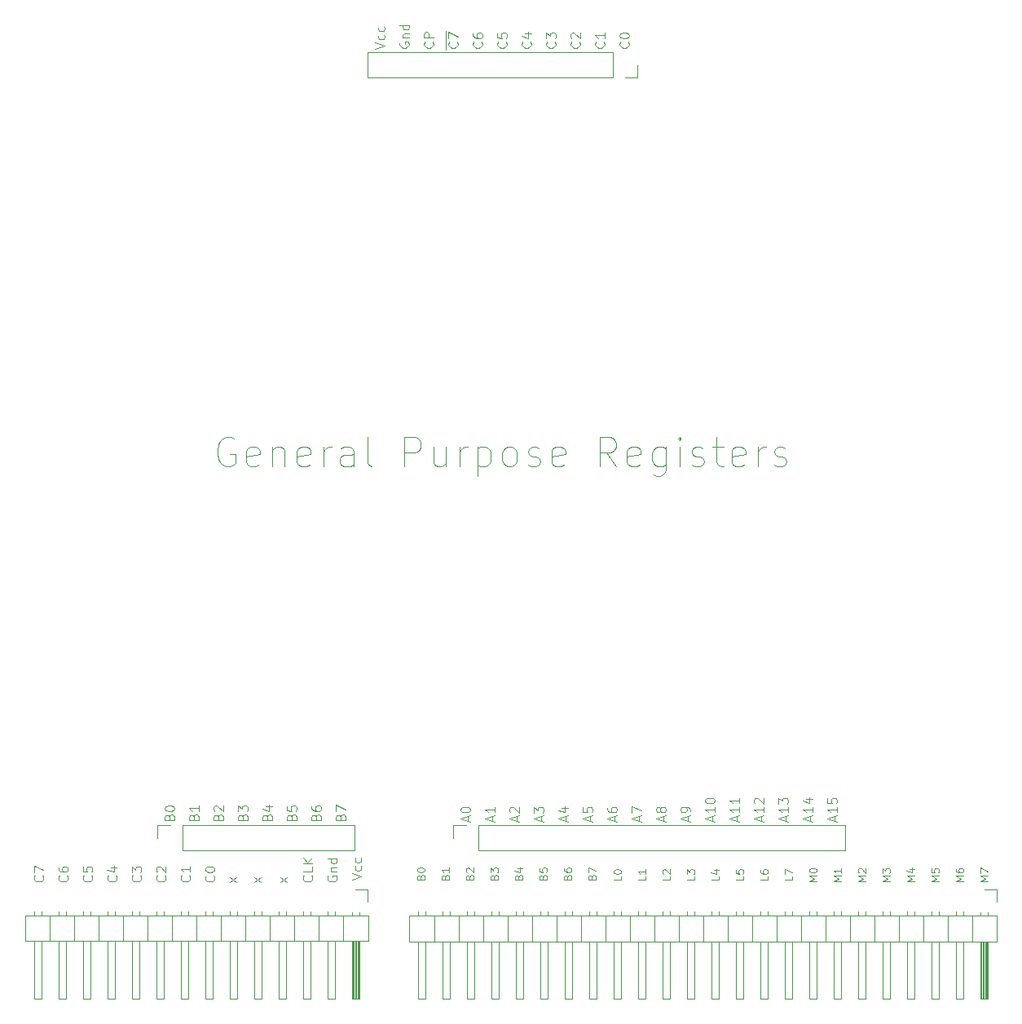
<source format=gbr>
%TF.GenerationSoftware,KiCad,Pcbnew,(6.0.0-0)*%
%TF.CreationDate,2022-02-02T01:02:29-05:00*%
%TF.ProjectId,minified-gpr-backplane,6d696e69-6669-4656-942d-6770722d6261,rev?*%
%TF.SameCoordinates,Original*%
%TF.FileFunction,Legend,Top*%
%TF.FilePolarity,Positive*%
%FSLAX46Y46*%
G04 Gerber Fmt 4.6, Leading zero omitted, Abs format (unit mm)*
G04 Created by KiCad (PCBNEW (6.0.0-0)) date 2022-02-02 01:02:29*
%MOMM*%
%LPD*%
G01*
G04 APERTURE LIST*
%ADD10C,0.100000*%
%ADD11C,0.150000*%
%ADD12C,0.120000*%
G04 APERTURE END LIST*
D10*
X146291904Y-130877619D02*
X145491904Y-130877619D01*
X146063333Y-130610952D01*
X145491904Y-130344285D01*
X146291904Y-130344285D01*
X145491904Y-129620476D02*
X145491904Y-129772857D01*
X145530000Y-129849047D01*
X145568095Y-129887142D01*
X145682380Y-129963333D01*
X145834761Y-130001428D01*
X146139523Y-130001428D01*
X146215714Y-129963333D01*
X146253809Y-129925238D01*
X146291904Y-129849047D01*
X146291904Y-129696666D01*
X146253809Y-129620476D01*
X146215714Y-129582380D01*
X146139523Y-129544285D01*
X145949047Y-129544285D01*
X145872857Y-129582380D01*
X145834761Y-129620476D01*
X145796666Y-129696666D01*
X145796666Y-129849047D01*
X145834761Y-129925238D01*
X145872857Y-129963333D01*
X145949047Y-130001428D01*
X125249666Y-124608523D02*
X125249666Y-124132333D01*
X125535380Y-124703761D02*
X124535380Y-124370428D01*
X125535380Y-124037095D01*
X125535380Y-123179952D02*
X125535380Y-123751380D01*
X125535380Y-123465666D02*
X124535380Y-123465666D01*
X124678238Y-123560904D01*
X124773476Y-123656142D01*
X124821095Y-123751380D01*
X124630619Y-122799000D02*
X124583000Y-122751380D01*
X124535380Y-122656142D01*
X124535380Y-122418047D01*
X124583000Y-122322809D01*
X124630619Y-122275190D01*
X124725857Y-122227571D01*
X124821095Y-122227571D01*
X124963952Y-122275190D01*
X125535380Y-122846619D01*
X125535380Y-122227571D01*
X103850142Y-43725476D02*
X103897761Y-43773095D01*
X103945380Y-43915952D01*
X103945380Y-44011190D01*
X103897761Y-44154047D01*
X103802523Y-44249285D01*
X103707285Y-44296904D01*
X103516809Y-44344523D01*
X103373952Y-44344523D01*
X103183476Y-44296904D01*
X103088238Y-44249285D01*
X102993000Y-44154047D01*
X102945380Y-44011190D01*
X102945380Y-43915952D01*
X102993000Y-43773095D01*
X103040619Y-43725476D01*
X102945380Y-43392142D02*
X102945380Y-42773095D01*
X103326333Y-43106428D01*
X103326333Y-42963571D01*
X103373952Y-42868333D01*
X103421571Y-42820714D01*
X103516809Y-42773095D01*
X103754904Y-42773095D01*
X103850142Y-42820714D01*
X103897761Y-42868333D01*
X103945380Y-42963571D01*
X103945380Y-43249285D01*
X103897761Y-43344523D01*
X103850142Y-43392142D01*
X138671904Y-130877619D02*
X137871904Y-130877619D01*
X138443333Y-130610952D01*
X137871904Y-130344285D01*
X138671904Y-130344285D01*
X137871904Y-130039523D02*
X137871904Y-129544285D01*
X138176666Y-129810952D01*
X138176666Y-129696666D01*
X138214761Y-129620476D01*
X138252857Y-129582380D01*
X138329047Y-129544285D01*
X138519523Y-129544285D01*
X138595714Y-129582380D01*
X138633809Y-129620476D01*
X138671904Y-129696666D01*
X138671904Y-129925238D01*
X138633809Y-130001428D01*
X138595714Y-130039523D01*
X92503000Y-44535000D02*
X92503000Y-43535000D01*
X93690142Y-43725476D02*
X93737761Y-43773095D01*
X93785380Y-43915952D01*
X93785380Y-44011190D01*
X93737761Y-44154047D01*
X93642523Y-44249285D01*
X93547285Y-44296904D01*
X93356809Y-44344523D01*
X93213952Y-44344523D01*
X93023476Y-44296904D01*
X92928238Y-44249285D01*
X92833000Y-44154047D01*
X92785380Y-44011190D01*
X92785380Y-43915952D01*
X92833000Y-43773095D01*
X92880619Y-43725476D01*
X92503000Y-43535000D02*
X92503000Y-42582619D01*
X92785380Y-43392142D02*
X92785380Y-42725476D01*
X93785380Y-43154047D01*
X68415142Y-130323476D02*
X68462761Y-130371095D01*
X68510380Y-130513952D01*
X68510380Y-130609190D01*
X68462761Y-130752047D01*
X68367523Y-130847285D01*
X68272285Y-130894904D01*
X68081809Y-130942523D01*
X67938952Y-130942523D01*
X67748476Y-130894904D01*
X67653238Y-130847285D01*
X67558000Y-130752047D01*
X67510380Y-130609190D01*
X67510380Y-130513952D01*
X67558000Y-130371095D01*
X67605619Y-130323476D01*
X67510380Y-129704428D02*
X67510380Y-129609190D01*
X67558000Y-129513952D01*
X67605619Y-129466333D01*
X67700857Y-129418714D01*
X67891333Y-129371095D01*
X68129428Y-129371095D01*
X68319904Y-129418714D01*
X68415142Y-129466333D01*
X68462761Y-129513952D01*
X68510380Y-129609190D01*
X68510380Y-129704428D01*
X68462761Y-129799666D01*
X68415142Y-129847285D01*
X68319904Y-129894904D01*
X68129428Y-129942523D01*
X67891333Y-129942523D01*
X67700857Y-129894904D01*
X67605619Y-129847285D01*
X67558000Y-129799666D01*
X67510380Y-129704428D01*
X73957571Y-124227571D02*
X74005190Y-124084714D01*
X74052809Y-124037095D01*
X74148047Y-123989476D01*
X74290904Y-123989476D01*
X74386142Y-124037095D01*
X74433761Y-124084714D01*
X74481380Y-124179952D01*
X74481380Y-124560904D01*
X73481380Y-124560904D01*
X73481380Y-124227571D01*
X73529000Y-124132333D01*
X73576619Y-124084714D01*
X73671857Y-124037095D01*
X73767095Y-124037095D01*
X73862333Y-124084714D01*
X73909952Y-124132333D01*
X73957571Y-124227571D01*
X73957571Y-124560904D01*
X73814714Y-123132333D02*
X74481380Y-123132333D01*
X73433761Y-123370428D02*
X74148047Y-123608523D01*
X74148047Y-122989476D01*
X122709666Y-124608523D02*
X122709666Y-124132333D01*
X122995380Y-124703761D02*
X121995380Y-124370428D01*
X122995380Y-124037095D01*
X122995380Y-123179952D02*
X122995380Y-123751380D01*
X122995380Y-123465666D02*
X121995380Y-123465666D01*
X122138238Y-123560904D01*
X122233476Y-123656142D01*
X122281095Y-123751380D01*
X122995380Y-122227571D02*
X122995380Y-122799000D01*
X122995380Y-122513285D02*
X121995380Y-122513285D01*
X122138238Y-122608523D01*
X122233476Y-122703761D01*
X122281095Y-122799000D01*
X68877571Y-124227571D02*
X68925190Y-124084714D01*
X68972809Y-124037095D01*
X69068047Y-123989476D01*
X69210904Y-123989476D01*
X69306142Y-124037095D01*
X69353761Y-124084714D01*
X69401380Y-124179952D01*
X69401380Y-124560904D01*
X68401380Y-124560904D01*
X68401380Y-124227571D01*
X68449000Y-124132333D01*
X68496619Y-124084714D01*
X68591857Y-124037095D01*
X68687095Y-124037095D01*
X68782333Y-124084714D01*
X68829952Y-124132333D01*
X68877571Y-124227571D01*
X68877571Y-124560904D01*
X68496619Y-123608523D02*
X68449000Y-123560904D01*
X68401380Y-123465666D01*
X68401380Y-123227571D01*
X68449000Y-123132333D01*
X68496619Y-123084714D01*
X68591857Y-123037095D01*
X68687095Y-123037095D01*
X68829952Y-123084714D01*
X69401380Y-123656142D01*
X69401380Y-123037095D01*
X136131904Y-130877619D02*
X135331904Y-130877619D01*
X135903333Y-130610952D01*
X135331904Y-130344285D01*
X136131904Y-130344285D01*
X135408095Y-130001428D02*
X135370000Y-129963333D01*
X135331904Y-129887142D01*
X135331904Y-129696666D01*
X135370000Y-129620476D01*
X135408095Y-129582380D01*
X135484285Y-129544285D01*
X135560476Y-129544285D01*
X135674761Y-129582380D01*
X136131904Y-130039523D01*
X136131904Y-129544285D01*
X99849666Y-124608523D02*
X99849666Y-124132333D01*
X100135380Y-124703761D02*
X99135380Y-124370428D01*
X100135380Y-124037095D01*
X99230619Y-123751380D02*
X99183000Y-123703761D01*
X99135380Y-123608523D01*
X99135380Y-123370428D01*
X99183000Y-123275190D01*
X99230619Y-123227571D01*
X99325857Y-123179952D01*
X99421095Y-123179952D01*
X99563952Y-123227571D01*
X100135380Y-123799000D01*
X100135380Y-123179952D01*
X107469666Y-124608523D02*
X107469666Y-124132333D01*
X107755380Y-124703761D02*
X106755380Y-124370428D01*
X107755380Y-124037095D01*
X106755380Y-123227571D02*
X106755380Y-123703761D01*
X107231571Y-123751380D01*
X107183952Y-123703761D01*
X107136333Y-123608523D01*
X107136333Y-123370428D01*
X107183952Y-123275190D01*
X107231571Y-123227571D01*
X107326809Y-123179952D01*
X107564904Y-123179952D01*
X107660142Y-123227571D01*
X107707761Y-123275190D01*
X107755380Y-123370428D01*
X107755380Y-123608523D01*
X107707761Y-123703761D01*
X107660142Y-123751380D01*
X63797571Y-124227571D02*
X63845190Y-124084714D01*
X63892809Y-124037095D01*
X63988047Y-123989476D01*
X64130904Y-123989476D01*
X64226142Y-124037095D01*
X64273761Y-124084714D01*
X64321380Y-124179952D01*
X64321380Y-124560904D01*
X63321380Y-124560904D01*
X63321380Y-124227571D01*
X63369000Y-124132333D01*
X63416619Y-124084714D01*
X63511857Y-124037095D01*
X63607095Y-124037095D01*
X63702333Y-124084714D01*
X63749952Y-124132333D01*
X63797571Y-124227571D01*
X63797571Y-124560904D01*
X63321380Y-123370428D02*
X63321380Y-123275190D01*
X63369000Y-123179952D01*
X63416619Y-123132333D01*
X63511857Y-123084714D01*
X63702333Y-123037095D01*
X63940428Y-123037095D01*
X64130904Y-123084714D01*
X64226142Y-123132333D01*
X64273761Y-123179952D01*
X64321380Y-123275190D01*
X64321380Y-123370428D01*
X64273761Y-123465666D01*
X64226142Y-123513285D01*
X64130904Y-123560904D01*
X63940428Y-123608523D01*
X63702333Y-123608523D01*
X63511857Y-123560904D01*
X63416619Y-123513285D01*
X63369000Y-123465666D01*
X63321380Y-123370428D01*
X53175142Y-130298476D02*
X53222761Y-130346095D01*
X53270380Y-130488952D01*
X53270380Y-130584190D01*
X53222761Y-130727047D01*
X53127523Y-130822285D01*
X53032285Y-130869904D01*
X52841809Y-130917523D01*
X52698952Y-130917523D01*
X52508476Y-130869904D01*
X52413238Y-130822285D01*
X52318000Y-130727047D01*
X52270380Y-130584190D01*
X52270380Y-130488952D01*
X52318000Y-130346095D01*
X52365619Y-130298476D01*
X52270380Y-129441333D02*
X52270380Y-129631809D01*
X52318000Y-129727047D01*
X52365619Y-129774666D01*
X52508476Y-129869904D01*
X52698952Y-129917523D01*
X53079904Y-129917523D01*
X53175142Y-129869904D01*
X53222761Y-129822285D01*
X53270380Y-129727047D01*
X53270380Y-129536571D01*
X53222761Y-129441333D01*
X53175142Y-129393714D01*
X53079904Y-129346095D01*
X52841809Y-129346095D01*
X52746571Y-129393714D01*
X52698952Y-129441333D01*
X52651333Y-129536571D01*
X52651333Y-129727047D01*
X52698952Y-129822285D01*
X52746571Y-129869904D01*
X52841809Y-129917523D01*
X110731904Y-130363333D02*
X110731904Y-130744285D01*
X109931904Y-130744285D01*
X109931904Y-129944285D02*
X109931904Y-129868095D01*
X109970000Y-129791904D01*
X110008095Y-129753809D01*
X110084285Y-129715714D01*
X110236666Y-129677619D01*
X110427142Y-129677619D01*
X110579523Y-129715714D01*
X110655714Y-129753809D01*
X110693809Y-129791904D01*
X110731904Y-129868095D01*
X110731904Y-129944285D01*
X110693809Y-130020476D01*
X110655714Y-130058571D01*
X110579523Y-130096666D01*
X110427142Y-130134761D01*
X110236666Y-130134761D01*
X110084285Y-130096666D01*
X110008095Y-130058571D01*
X109970000Y-130020476D01*
X109931904Y-129944285D01*
X66337571Y-124227571D02*
X66385190Y-124084714D01*
X66432809Y-124037095D01*
X66528047Y-123989476D01*
X66670904Y-123989476D01*
X66766142Y-124037095D01*
X66813761Y-124084714D01*
X66861380Y-124179952D01*
X66861380Y-124560904D01*
X65861380Y-124560904D01*
X65861380Y-124227571D01*
X65909000Y-124132333D01*
X65956619Y-124084714D01*
X66051857Y-124037095D01*
X66147095Y-124037095D01*
X66242333Y-124084714D01*
X66289952Y-124132333D01*
X66337571Y-124227571D01*
X66337571Y-124560904D01*
X66861380Y-123037095D02*
X66861380Y-123608523D01*
X66861380Y-123322809D02*
X65861380Y-123322809D01*
X66004238Y-123418047D01*
X66099476Y-123513285D01*
X66147095Y-123608523D01*
X81577571Y-124227571D02*
X81625190Y-124084714D01*
X81672809Y-124037095D01*
X81768047Y-123989476D01*
X81910904Y-123989476D01*
X82006142Y-124037095D01*
X82053761Y-124084714D01*
X82101380Y-124179952D01*
X82101380Y-124560904D01*
X81101380Y-124560904D01*
X81101380Y-124227571D01*
X81149000Y-124132333D01*
X81196619Y-124084714D01*
X81291857Y-124037095D01*
X81387095Y-124037095D01*
X81482333Y-124084714D01*
X81529952Y-124132333D01*
X81577571Y-124227571D01*
X81577571Y-124560904D01*
X81101380Y-123656142D02*
X81101380Y-122989476D01*
X82101380Y-123418047D01*
X123431904Y-130363333D02*
X123431904Y-130744285D01*
X122631904Y-130744285D01*
X122631904Y-129715714D02*
X122631904Y-130096666D01*
X123012857Y-130134761D01*
X122974761Y-130096666D01*
X122936666Y-130020476D01*
X122936666Y-129830000D01*
X122974761Y-129753809D01*
X123012857Y-129715714D01*
X123089047Y-129677619D01*
X123279523Y-129677619D01*
X123355714Y-129715714D01*
X123393809Y-129753809D01*
X123431904Y-129830000D01*
X123431904Y-130020476D01*
X123393809Y-130096666D01*
X123355714Y-130134761D01*
X113271904Y-130363333D02*
X113271904Y-130744285D01*
X112471904Y-130744285D01*
X113271904Y-129677619D02*
X113271904Y-130134761D01*
X113271904Y-129906190D02*
X112471904Y-129906190D01*
X112586190Y-129982380D01*
X112662380Y-130058571D01*
X112700476Y-130134761D01*
X106390142Y-43725476D02*
X106437761Y-43773095D01*
X106485380Y-43915952D01*
X106485380Y-44011190D01*
X106437761Y-44154047D01*
X106342523Y-44249285D01*
X106247285Y-44296904D01*
X106056809Y-44344523D01*
X105913952Y-44344523D01*
X105723476Y-44296904D01*
X105628238Y-44249285D01*
X105533000Y-44154047D01*
X105485380Y-44011190D01*
X105485380Y-43915952D01*
X105533000Y-43773095D01*
X105580619Y-43725476D01*
X105580619Y-43344523D02*
X105533000Y-43296904D01*
X105485380Y-43201666D01*
X105485380Y-42963571D01*
X105533000Y-42868333D01*
X105580619Y-42820714D01*
X105675857Y-42773095D01*
X105771095Y-42773095D01*
X105913952Y-42820714D01*
X106485380Y-43392142D01*
X106485380Y-42773095D01*
X97532857Y-130453809D02*
X97570952Y-130339523D01*
X97609047Y-130301428D01*
X97685238Y-130263333D01*
X97799523Y-130263333D01*
X97875714Y-130301428D01*
X97913809Y-130339523D01*
X97951904Y-130415714D01*
X97951904Y-130720476D01*
X97151904Y-130720476D01*
X97151904Y-130453809D01*
X97190000Y-130377619D01*
X97228095Y-130339523D01*
X97304285Y-130301428D01*
X97380476Y-130301428D01*
X97456666Y-130339523D01*
X97494761Y-130377619D01*
X97532857Y-130453809D01*
X97532857Y-130720476D01*
X97151904Y-129996666D02*
X97151904Y-129501428D01*
X97456666Y-129768095D01*
X97456666Y-129653809D01*
X97494761Y-129577619D01*
X97532857Y-129539523D01*
X97609047Y-129501428D01*
X97799523Y-129501428D01*
X97875714Y-129539523D01*
X97913809Y-129577619D01*
X97951904Y-129653809D01*
X97951904Y-129882380D01*
X97913809Y-129958571D01*
X97875714Y-129996666D01*
X127789666Y-124608523D02*
X127789666Y-124132333D01*
X128075380Y-124703761D02*
X127075380Y-124370428D01*
X128075380Y-124037095D01*
X128075380Y-123179952D02*
X128075380Y-123751380D01*
X128075380Y-123465666D02*
X127075380Y-123465666D01*
X127218238Y-123560904D01*
X127313476Y-123656142D01*
X127361095Y-123751380D01*
X127075380Y-122846619D02*
X127075380Y-122227571D01*
X127456333Y-122560904D01*
X127456333Y-122418047D01*
X127503952Y-122322809D01*
X127551571Y-122275190D01*
X127646809Y-122227571D01*
X127884904Y-122227571D01*
X127980142Y-122275190D01*
X128027761Y-122322809D01*
X128075380Y-122418047D01*
X128075380Y-122703761D01*
X128027761Y-122799000D01*
X127980142Y-122846619D01*
X104929666Y-124608523D02*
X104929666Y-124132333D01*
X105215380Y-124703761D02*
X104215380Y-124370428D01*
X105215380Y-124037095D01*
X104548714Y-123275190D02*
X105215380Y-123275190D01*
X104167761Y-123513285D02*
X104882047Y-123751380D01*
X104882047Y-123132333D01*
X133591904Y-130877619D02*
X132791904Y-130877619D01*
X133363333Y-130610952D01*
X132791904Y-130344285D01*
X133591904Y-130344285D01*
X133591904Y-129544285D02*
X133591904Y-130001428D01*
X133591904Y-129772857D02*
X132791904Y-129772857D01*
X132906190Y-129849047D01*
X132982380Y-129925238D01*
X133020476Y-130001428D01*
X130329666Y-124608523D02*
X130329666Y-124132333D01*
X130615380Y-124703761D02*
X129615380Y-124370428D01*
X130615380Y-124037095D01*
X130615380Y-123179952D02*
X130615380Y-123751380D01*
X130615380Y-123465666D02*
X129615380Y-123465666D01*
X129758238Y-123560904D01*
X129853476Y-123656142D01*
X129901095Y-123751380D01*
X129948714Y-122322809D02*
X130615380Y-122322809D01*
X129567761Y-122560904D02*
X130282047Y-122799000D01*
X130282047Y-122179952D01*
X63335142Y-130298476D02*
X63382761Y-130346095D01*
X63430380Y-130488952D01*
X63430380Y-130584190D01*
X63382761Y-130727047D01*
X63287523Y-130822285D01*
X63192285Y-130869904D01*
X63001809Y-130917523D01*
X62858952Y-130917523D01*
X62668476Y-130869904D01*
X62573238Y-130822285D01*
X62478000Y-130727047D01*
X62430380Y-130584190D01*
X62430380Y-130488952D01*
X62478000Y-130346095D01*
X62525619Y-130298476D01*
X62525619Y-129917523D02*
X62478000Y-129869904D01*
X62430380Y-129774666D01*
X62430380Y-129536571D01*
X62478000Y-129441333D01*
X62525619Y-129393714D01*
X62620857Y-129346095D01*
X62716095Y-129346095D01*
X62858952Y-129393714D01*
X63430380Y-129965142D01*
X63430380Y-129346095D01*
X55715142Y-130298476D02*
X55762761Y-130346095D01*
X55810380Y-130488952D01*
X55810380Y-130584190D01*
X55762761Y-130727047D01*
X55667523Y-130822285D01*
X55572285Y-130869904D01*
X55381809Y-130917523D01*
X55238952Y-130917523D01*
X55048476Y-130869904D01*
X54953238Y-130822285D01*
X54858000Y-130727047D01*
X54810380Y-130584190D01*
X54810380Y-130488952D01*
X54858000Y-130346095D01*
X54905619Y-130298476D01*
X54810380Y-129393714D02*
X54810380Y-129869904D01*
X55286571Y-129917523D01*
X55238952Y-129869904D01*
X55191333Y-129774666D01*
X55191333Y-129536571D01*
X55238952Y-129441333D01*
X55286571Y-129393714D01*
X55381809Y-129346095D01*
X55619904Y-129346095D01*
X55715142Y-129393714D01*
X55762761Y-129441333D01*
X55810380Y-129536571D01*
X55810380Y-129774666D01*
X55762761Y-129869904D01*
X55715142Y-129917523D01*
X97309666Y-124608523D02*
X97309666Y-124132333D01*
X97595380Y-124703761D02*
X96595380Y-124370428D01*
X97595380Y-124037095D01*
X97595380Y-123179952D02*
X97595380Y-123751380D01*
X97595380Y-123465666D02*
X96595380Y-123465666D01*
X96738238Y-123560904D01*
X96833476Y-123656142D01*
X96881095Y-123751380D01*
X115089666Y-124608523D02*
X115089666Y-124132333D01*
X115375380Y-124703761D02*
X114375380Y-124370428D01*
X115375380Y-124037095D01*
X114803952Y-123560904D02*
X114756333Y-123656142D01*
X114708714Y-123703761D01*
X114613476Y-123751380D01*
X114565857Y-123751380D01*
X114470619Y-123703761D01*
X114423000Y-123656142D01*
X114375380Y-123560904D01*
X114375380Y-123370428D01*
X114423000Y-123275190D01*
X114470619Y-123227571D01*
X114565857Y-123179952D01*
X114613476Y-123179952D01*
X114708714Y-123227571D01*
X114756333Y-123275190D01*
X114803952Y-123370428D01*
X114803952Y-123560904D01*
X114851571Y-123656142D01*
X114899190Y-123703761D01*
X114994428Y-123751380D01*
X115184904Y-123751380D01*
X115280142Y-123703761D01*
X115327761Y-123656142D01*
X115375380Y-123560904D01*
X115375380Y-123370428D01*
X115327761Y-123275190D01*
X115280142Y-123227571D01*
X115184904Y-123179952D01*
X114994428Y-123179952D01*
X114899190Y-123227571D01*
X114851571Y-123275190D01*
X114803952Y-123370428D01*
X110009666Y-124608523D02*
X110009666Y-124132333D01*
X110295380Y-124703761D02*
X109295380Y-124370428D01*
X110295380Y-124037095D01*
X109295380Y-123275190D02*
X109295380Y-123465666D01*
X109343000Y-123560904D01*
X109390619Y-123608523D01*
X109533476Y-123703761D01*
X109723952Y-123751380D01*
X110104904Y-123751380D01*
X110200142Y-123703761D01*
X110247761Y-123656142D01*
X110295380Y-123560904D01*
X110295380Y-123370428D01*
X110247761Y-123275190D01*
X110200142Y-123227571D01*
X110104904Y-123179952D01*
X109866809Y-123179952D01*
X109771571Y-123227571D01*
X109723952Y-123275190D01*
X109676333Y-123370428D01*
X109676333Y-123560904D01*
X109723952Y-123656142D01*
X109771571Y-123703761D01*
X109866809Y-123751380D01*
X102389666Y-124608523D02*
X102389666Y-124132333D01*
X102675380Y-124703761D02*
X101675380Y-124370428D01*
X102675380Y-124037095D01*
X101675380Y-123799000D02*
X101675380Y-123179952D01*
X102056333Y-123513285D01*
X102056333Y-123370428D01*
X102103952Y-123275190D01*
X102151571Y-123227571D01*
X102246809Y-123179952D01*
X102484904Y-123179952D01*
X102580142Y-123227571D01*
X102627761Y-123275190D01*
X102675380Y-123370428D01*
X102675380Y-123656142D01*
X102627761Y-123751380D01*
X102580142Y-123799000D01*
X131051904Y-130877619D02*
X130251904Y-130877619D01*
X130823333Y-130610952D01*
X130251904Y-130344285D01*
X131051904Y-130344285D01*
X130251904Y-129810952D02*
X130251904Y-129734761D01*
X130290000Y-129658571D01*
X130328095Y-129620476D01*
X130404285Y-129582380D01*
X130556666Y-129544285D01*
X130747142Y-129544285D01*
X130899523Y-129582380D01*
X130975714Y-129620476D01*
X131013809Y-129658571D01*
X131051904Y-129734761D01*
X131051904Y-129810952D01*
X131013809Y-129887142D01*
X130975714Y-129925238D01*
X130899523Y-129963333D01*
X130747142Y-130001428D01*
X130556666Y-130001428D01*
X130404285Y-129963333D01*
X130328095Y-129925238D01*
X130290000Y-129887142D01*
X130251904Y-129810952D01*
X91150142Y-43725476D02*
X91197761Y-43773095D01*
X91245380Y-43915952D01*
X91245380Y-44011190D01*
X91197761Y-44154047D01*
X91102523Y-44249285D01*
X91007285Y-44296904D01*
X90816809Y-44344523D01*
X90673952Y-44344523D01*
X90483476Y-44296904D01*
X90388238Y-44249285D01*
X90293000Y-44154047D01*
X90245380Y-44011190D01*
X90245380Y-43915952D01*
X90293000Y-43773095D01*
X90340619Y-43725476D01*
X91245380Y-43296904D02*
X90245380Y-43296904D01*
X90245380Y-42915952D01*
X90293000Y-42820714D01*
X90340619Y-42773095D01*
X90435857Y-42725476D01*
X90578714Y-42725476D01*
X90673952Y-42773095D01*
X90721571Y-42820714D01*
X90769190Y-42915952D01*
X90769190Y-43296904D01*
X58255142Y-130298476D02*
X58302761Y-130346095D01*
X58350380Y-130488952D01*
X58350380Y-130584190D01*
X58302761Y-130727047D01*
X58207523Y-130822285D01*
X58112285Y-130869904D01*
X57921809Y-130917523D01*
X57778952Y-130917523D01*
X57588476Y-130869904D01*
X57493238Y-130822285D01*
X57398000Y-130727047D01*
X57350380Y-130584190D01*
X57350380Y-130488952D01*
X57398000Y-130346095D01*
X57445619Y-130298476D01*
X57683714Y-129441333D02*
X58350380Y-129441333D01*
X57302761Y-129679428D02*
X58017047Y-129917523D01*
X58017047Y-129298476D01*
X80258000Y-130346095D02*
X80210380Y-130441333D01*
X80210380Y-130584190D01*
X80258000Y-130727047D01*
X80353238Y-130822285D01*
X80448476Y-130869904D01*
X80638952Y-130917523D01*
X80781809Y-130917523D01*
X80972285Y-130869904D01*
X81067523Y-130822285D01*
X81162761Y-130727047D01*
X81210380Y-130584190D01*
X81210380Y-130488952D01*
X81162761Y-130346095D01*
X81115142Y-130298476D01*
X80781809Y-130298476D01*
X80781809Y-130488952D01*
X80543714Y-129869904D02*
X81210380Y-129869904D01*
X80638952Y-129869904D02*
X80591333Y-129822285D01*
X80543714Y-129727047D01*
X80543714Y-129584190D01*
X80591333Y-129488952D01*
X80686571Y-129441333D01*
X81210380Y-129441333D01*
X81210380Y-128536571D02*
X80210380Y-128536571D01*
X81162761Y-128536571D02*
X81210380Y-128631809D01*
X81210380Y-128822285D01*
X81162761Y-128917523D01*
X81115142Y-128965142D01*
X81019904Y-129012761D01*
X80734190Y-129012761D01*
X80638952Y-128965142D01*
X80591333Y-128917523D01*
X80543714Y-128822285D01*
X80543714Y-128631809D01*
X80591333Y-128536571D01*
X148831904Y-130877619D02*
X148031904Y-130877619D01*
X148603333Y-130610952D01*
X148031904Y-130344285D01*
X148831904Y-130344285D01*
X148031904Y-130039523D02*
X148031904Y-129506190D01*
X148831904Y-129849047D01*
X87753000Y-43773095D02*
X87705380Y-43868333D01*
X87705380Y-44011190D01*
X87753000Y-44154047D01*
X87848238Y-44249285D01*
X87943476Y-44296904D01*
X88133952Y-44344523D01*
X88276809Y-44344523D01*
X88467285Y-44296904D01*
X88562523Y-44249285D01*
X88657761Y-44154047D01*
X88705380Y-44011190D01*
X88705380Y-43915952D01*
X88657761Y-43773095D01*
X88610142Y-43725476D01*
X88276809Y-43725476D01*
X88276809Y-43915952D01*
X88038714Y-43296904D02*
X88705380Y-43296904D01*
X88133952Y-43296904D02*
X88086333Y-43249285D01*
X88038714Y-43154047D01*
X88038714Y-43011190D01*
X88086333Y-42915952D01*
X88181571Y-42868333D01*
X88705380Y-42868333D01*
X88705380Y-41963571D02*
X87705380Y-41963571D01*
X88657761Y-41963571D02*
X88705380Y-42058809D01*
X88705380Y-42249285D01*
X88657761Y-42344523D01*
X88610142Y-42392142D01*
X88514904Y-42439761D01*
X88229190Y-42439761D01*
X88133952Y-42392142D01*
X88086333Y-42344523D01*
X88038714Y-42249285D01*
X88038714Y-42058809D01*
X88086333Y-41963571D01*
X94992857Y-130453809D02*
X95030952Y-130339523D01*
X95069047Y-130301428D01*
X95145238Y-130263333D01*
X95259523Y-130263333D01*
X95335714Y-130301428D01*
X95373809Y-130339523D01*
X95411904Y-130415714D01*
X95411904Y-130720476D01*
X94611904Y-130720476D01*
X94611904Y-130453809D01*
X94650000Y-130377619D01*
X94688095Y-130339523D01*
X94764285Y-130301428D01*
X94840476Y-130301428D01*
X94916666Y-130339523D01*
X94954761Y-130377619D01*
X94992857Y-130453809D01*
X94992857Y-130720476D01*
X94688095Y-129958571D02*
X94650000Y-129920476D01*
X94611904Y-129844285D01*
X94611904Y-129653809D01*
X94650000Y-129577619D01*
X94688095Y-129539523D01*
X94764285Y-129501428D01*
X94840476Y-129501428D01*
X94954761Y-129539523D01*
X95411904Y-129996666D01*
X95411904Y-129501428D01*
X143751904Y-130877619D02*
X142951904Y-130877619D01*
X143523333Y-130610952D01*
X142951904Y-130344285D01*
X143751904Y-130344285D01*
X142951904Y-129582380D02*
X142951904Y-129963333D01*
X143332857Y-130001428D01*
X143294761Y-129963333D01*
X143256666Y-129887142D01*
X143256666Y-129696666D01*
X143294761Y-129620476D01*
X143332857Y-129582380D01*
X143409047Y-129544285D01*
X143599523Y-129544285D01*
X143675714Y-129582380D01*
X143713809Y-129620476D01*
X143751904Y-129696666D01*
X143751904Y-129887142D01*
X143713809Y-129963333D01*
X143675714Y-130001428D01*
X111470142Y-43725476D02*
X111517761Y-43773095D01*
X111565380Y-43915952D01*
X111565380Y-44011190D01*
X111517761Y-44154047D01*
X111422523Y-44249285D01*
X111327285Y-44296904D01*
X111136809Y-44344523D01*
X110993952Y-44344523D01*
X110803476Y-44296904D01*
X110708238Y-44249285D01*
X110613000Y-44154047D01*
X110565380Y-44011190D01*
X110565380Y-43915952D01*
X110613000Y-43773095D01*
X110660619Y-43725476D01*
X110565380Y-43106428D02*
X110565380Y-43011190D01*
X110613000Y-42915952D01*
X110660619Y-42868333D01*
X110755857Y-42820714D01*
X110946333Y-42773095D01*
X111184428Y-42773095D01*
X111374904Y-42820714D01*
X111470142Y-42868333D01*
X111517761Y-42915952D01*
X111565380Y-43011190D01*
X111565380Y-43106428D01*
X111517761Y-43201666D01*
X111470142Y-43249285D01*
X111374904Y-43296904D01*
X111184428Y-43344523D01*
X110946333Y-43344523D01*
X110755857Y-43296904D01*
X110660619Y-43249285D01*
X110613000Y-43201666D01*
X110565380Y-43106428D01*
X89912857Y-130453809D02*
X89950952Y-130339523D01*
X89989047Y-130301428D01*
X90065238Y-130263333D01*
X90179523Y-130263333D01*
X90255714Y-130301428D01*
X90293809Y-130339523D01*
X90331904Y-130415714D01*
X90331904Y-130720476D01*
X89531904Y-130720476D01*
X89531904Y-130453809D01*
X89570000Y-130377619D01*
X89608095Y-130339523D01*
X89684285Y-130301428D01*
X89760476Y-130301428D01*
X89836666Y-130339523D01*
X89874761Y-130377619D01*
X89912857Y-130453809D01*
X89912857Y-130720476D01*
X89531904Y-129768095D02*
X89531904Y-129691904D01*
X89570000Y-129615714D01*
X89608095Y-129577619D01*
X89684285Y-129539523D01*
X89836666Y-129501428D01*
X90027142Y-129501428D01*
X90179523Y-129539523D01*
X90255714Y-129577619D01*
X90293809Y-129615714D01*
X90331904Y-129691904D01*
X90331904Y-129768095D01*
X90293809Y-129844285D01*
X90255714Y-129882380D01*
X90179523Y-129920476D01*
X90027142Y-129958571D01*
X89836666Y-129958571D01*
X89684285Y-129920476D01*
X89608095Y-129882380D01*
X89570000Y-129844285D01*
X89531904Y-129768095D01*
X70762380Y-130965142D02*
X70095714Y-130441333D01*
X70095714Y-130965142D02*
X70762380Y-130441333D01*
X76018380Y-130965142D02*
X75351714Y-130441333D01*
X75351714Y-130965142D02*
X76018380Y-130441333D01*
X85165380Y-44439761D02*
X86165380Y-44106428D01*
X85165380Y-43773095D01*
X86117761Y-43011190D02*
X86165380Y-43106428D01*
X86165380Y-43296904D01*
X86117761Y-43392142D01*
X86070142Y-43439761D01*
X85974904Y-43487380D01*
X85689190Y-43487380D01*
X85593952Y-43439761D01*
X85546333Y-43392142D01*
X85498714Y-43296904D01*
X85498714Y-43106428D01*
X85546333Y-43011190D01*
X86117761Y-42154047D02*
X86165380Y-42249285D01*
X86165380Y-42439761D01*
X86117761Y-42535000D01*
X86070142Y-42582619D01*
X85974904Y-42630238D01*
X85689190Y-42630238D01*
X85593952Y-42582619D01*
X85546333Y-42535000D01*
X85498714Y-42439761D01*
X85498714Y-42249285D01*
X85546333Y-42154047D01*
X78575142Y-130298476D02*
X78622761Y-130346095D01*
X78670380Y-130488952D01*
X78670380Y-130584190D01*
X78622761Y-130727047D01*
X78527523Y-130822285D01*
X78432285Y-130869904D01*
X78241809Y-130917523D01*
X78098952Y-130917523D01*
X77908476Y-130869904D01*
X77813238Y-130822285D01*
X77718000Y-130727047D01*
X77670380Y-130584190D01*
X77670380Y-130488952D01*
X77718000Y-130346095D01*
X77765619Y-130298476D01*
X78670380Y-129393714D02*
X78670380Y-129869904D01*
X77670380Y-129869904D01*
X78670380Y-129060380D02*
X77670380Y-129060380D01*
X78670380Y-128488952D02*
X78098952Y-128917523D01*
X77670380Y-128488952D02*
X78241809Y-129060380D01*
X107692857Y-130453809D02*
X107730952Y-130339523D01*
X107769047Y-130301428D01*
X107845238Y-130263333D01*
X107959523Y-130263333D01*
X108035714Y-130301428D01*
X108073809Y-130339523D01*
X108111904Y-130415714D01*
X108111904Y-130720476D01*
X107311904Y-130720476D01*
X107311904Y-130453809D01*
X107350000Y-130377619D01*
X107388095Y-130339523D01*
X107464285Y-130301428D01*
X107540476Y-130301428D01*
X107616666Y-130339523D01*
X107654761Y-130377619D01*
X107692857Y-130453809D01*
X107692857Y-130720476D01*
X107311904Y-129996666D02*
X107311904Y-129463333D01*
X108111904Y-129806190D01*
X71417571Y-124227571D02*
X71465190Y-124084714D01*
X71512809Y-124037095D01*
X71608047Y-123989476D01*
X71750904Y-123989476D01*
X71846142Y-124037095D01*
X71893761Y-124084714D01*
X71941380Y-124179952D01*
X71941380Y-124560904D01*
X70941380Y-124560904D01*
X70941380Y-124227571D01*
X70989000Y-124132333D01*
X71036619Y-124084714D01*
X71131857Y-124037095D01*
X71227095Y-124037095D01*
X71322333Y-124084714D01*
X71369952Y-124132333D01*
X71417571Y-124227571D01*
X71417571Y-124560904D01*
X70941380Y-123656142D02*
X70941380Y-123037095D01*
X71322333Y-123370428D01*
X71322333Y-123227571D01*
X71369952Y-123132333D01*
X71417571Y-123084714D01*
X71512809Y-123037095D01*
X71750904Y-123037095D01*
X71846142Y-123084714D01*
X71893761Y-123132333D01*
X71941380Y-123227571D01*
X71941380Y-123513285D01*
X71893761Y-123608523D01*
X71846142Y-123656142D01*
X102612857Y-130453809D02*
X102650952Y-130339523D01*
X102689047Y-130301428D01*
X102765238Y-130263333D01*
X102879523Y-130263333D01*
X102955714Y-130301428D01*
X102993809Y-130339523D01*
X103031904Y-130415714D01*
X103031904Y-130720476D01*
X102231904Y-130720476D01*
X102231904Y-130453809D01*
X102270000Y-130377619D01*
X102308095Y-130339523D01*
X102384285Y-130301428D01*
X102460476Y-130301428D01*
X102536666Y-130339523D01*
X102574761Y-130377619D01*
X102612857Y-130453809D01*
X102612857Y-130720476D01*
X102231904Y-129539523D02*
X102231904Y-129920476D01*
X102612857Y-129958571D01*
X102574761Y-129920476D01*
X102536666Y-129844285D01*
X102536666Y-129653809D01*
X102574761Y-129577619D01*
X102612857Y-129539523D01*
X102689047Y-129501428D01*
X102879523Y-129501428D01*
X102955714Y-129539523D01*
X102993809Y-129577619D01*
X103031904Y-129653809D01*
X103031904Y-129844285D01*
X102993809Y-129920476D01*
X102955714Y-129958571D01*
X60795142Y-130298476D02*
X60842761Y-130346095D01*
X60890380Y-130488952D01*
X60890380Y-130584190D01*
X60842761Y-130727047D01*
X60747523Y-130822285D01*
X60652285Y-130869904D01*
X60461809Y-130917523D01*
X60318952Y-130917523D01*
X60128476Y-130869904D01*
X60033238Y-130822285D01*
X59938000Y-130727047D01*
X59890380Y-130584190D01*
X59890380Y-130488952D01*
X59938000Y-130346095D01*
X59985619Y-130298476D01*
X59890380Y-129965142D02*
X59890380Y-129346095D01*
X60271333Y-129679428D01*
X60271333Y-129536571D01*
X60318952Y-129441333D01*
X60366571Y-129393714D01*
X60461809Y-129346095D01*
X60699904Y-129346095D01*
X60795142Y-129393714D01*
X60842761Y-129441333D01*
X60890380Y-129536571D01*
X60890380Y-129822285D01*
X60842761Y-129917523D01*
X60795142Y-129965142D01*
X115811904Y-130363333D02*
X115811904Y-130744285D01*
X115011904Y-130744285D01*
X115088095Y-130134761D02*
X115050000Y-130096666D01*
X115011904Y-130020476D01*
X115011904Y-129830000D01*
X115050000Y-129753809D01*
X115088095Y-129715714D01*
X115164285Y-129677619D01*
X115240476Y-129677619D01*
X115354761Y-129715714D01*
X115811904Y-130172857D01*
X115811904Y-129677619D01*
X128511904Y-130363333D02*
X128511904Y-130744285D01*
X127711904Y-130744285D01*
X127711904Y-130172857D02*
X127711904Y-129639523D01*
X128511904Y-129982380D01*
X118351904Y-130363333D02*
X118351904Y-130744285D01*
X117551904Y-130744285D01*
X117551904Y-130172857D02*
X117551904Y-129677619D01*
X117856666Y-129944285D01*
X117856666Y-129830000D01*
X117894761Y-129753809D01*
X117932857Y-129715714D01*
X118009047Y-129677619D01*
X118199523Y-129677619D01*
X118275714Y-129715714D01*
X118313809Y-129753809D01*
X118351904Y-129830000D01*
X118351904Y-130058571D01*
X118313809Y-130134761D01*
X118275714Y-130172857D01*
X132869666Y-124608523D02*
X132869666Y-124132333D01*
X133155380Y-124703761D02*
X132155380Y-124370428D01*
X133155380Y-124037095D01*
X133155380Y-123179952D02*
X133155380Y-123751380D01*
X133155380Y-123465666D02*
X132155380Y-123465666D01*
X132298238Y-123560904D01*
X132393476Y-123656142D01*
X132441095Y-123751380D01*
X132155380Y-122275190D02*
X132155380Y-122751380D01*
X132631571Y-122799000D01*
X132583952Y-122751380D01*
X132536333Y-122656142D01*
X132536333Y-122418047D01*
X132583952Y-122322809D01*
X132631571Y-122275190D01*
X132726809Y-122227571D01*
X132964904Y-122227571D01*
X133060142Y-122275190D01*
X133107761Y-122322809D01*
X133155380Y-122418047D01*
X133155380Y-122656142D01*
X133107761Y-122751380D01*
X133060142Y-122799000D01*
X141211904Y-130877619D02*
X140411904Y-130877619D01*
X140983333Y-130610952D01*
X140411904Y-130344285D01*
X141211904Y-130344285D01*
X140678571Y-129620476D02*
X141211904Y-129620476D01*
X140373809Y-129810952D02*
X140945238Y-130001428D01*
X140945238Y-129506190D01*
X117629666Y-124608523D02*
X117629666Y-124132333D01*
X117915380Y-124703761D02*
X116915380Y-124370428D01*
X117915380Y-124037095D01*
X117915380Y-123656142D02*
X117915380Y-123465666D01*
X117867761Y-123370428D01*
X117820142Y-123322809D01*
X117677285Y-123227571D01*
X117486809Y-123179952D01*
X117105857Y-123179952D01*
X117010619Y-123227571D01*
X116963000Y-123275190D01*
X116915380Y-123370428D01*
X116915380Y-123560904D01*
X116963000Y-123656142D01*
X117010619Y-123703761D01*
X117105857Y-123751380D01*
X117343952Y-123751380D01*
X117439190Y-123703761D01*
X117486809Y-123656142D01*
X117534428Y-123560904D01*
X117534428Y-123370428D01*
X117486809Y-123275190D01*
X117439190Y-123227571D01*
X117343952Y-123179952D01*
X50635142Y-130298476D02*
X50682761Y-130346095D01*
X50730380Y-130488952D01*
X50730380Y-130584190D01*
X50682761Y-130727047D01*
X50587523Y-130822285D01*
X50492285Y-130869904D01*
X50301809Y-130917523D01*
X50158952Y-130917523D01*
X49968476Y-130869904D01*
X49873238Y-130822285D01*
X49778000Y-130727047D01*
X49730380Y-130584190D01*
X49730380Y-130488952D01*
X49778000Y-130346095D01*
X49825619Y-130298476D01*
X49730380Y-129965142D02*
X49730380Y-129298476D01*
X50730380Y-129727047D01*
X120169666Y-124608523D02*
X120169666Y-124132333D01*
X120455380Y-124703761D02*
X119455380Y-124370428D01*
X120455380Y-124037095D01*
X120455380Y-123179952D02*
X120455380Y-123751380D01*
X120455380Y-123465666D02*
X119455380Y-123465666D01*
X119598238Y-123560904D01*
X119693476Y-123656142D01*
X119741095Y-123751380D01*
X119455380Y-122560904D02*
X119455380Y-122465666D01*
X119503000Y-122370428D01*
X119550619Y-122322809D01*
X119645857Y-122275190D01*
X119836333Y-122227571D01*
X120074428Y-122227571D01*
X120264904Y-122275190D01*
X120360142Y-122322809D01*
X120407761Y-122370428D01*
X120455380Y-122465666D01*
X120455380Y-122560904D01*
X120407761Y-122656142D01*
X120360142Y-122703761D01*
X120264904Y-122751380D01*
X120074428Y-122799000D01*
X119836333Y-122799000D01*
X119645857Y-122751380D01*
X119550619Y-122703761D01*
X119503000Y-122656142D01*
X119455380Y-122560904D01*
X70490714Y-84940000D02*
X70205000Y-84797142D01*
X69776428Y-84797142D01*
X69347857Y-84940000D01*
X69062142Y-85225714D01*
X68919285Y-85511428D01*
X68776428Y-86082857D01*
X68776428Y-86511428D01*
X68919285Y-87082857D01*
X69062142Y-87368571D01*
X69347857Y-87654285D01*
X69776428Y-87797142D01*
X70062142Y-87797142D01*
X70490714Y-87654285D01*
X70633571Y-87511428D01*
X70633571Y-86511428D01*
X70062142Y-86511428D01*
X73062142Y-87654285D02*
X72776428Y-87797142D01*
X72205000Y-87797142D01*
X71919285Y-87654285D01*
X71776428Y-87368571D01*
X71776428Y-86225714D01*
X71919285Y-85940000D01*
X72205000Y-85797142D01*
X72776428Y-85797142D01*
X73062142Y-85940000D01*
X73205000Y-86225714D01*
X73205000Y-86511428D01*
X71776428Y-86797142D01*
X74490714Y-85797142D02*
X74490714Y-87797142D01*
X74490714Y-86082857D02*
X74633571Y-85940000D01*
X74919285Y-85797142D01*
X75347857Y-85797142D01*
X75633571Y-85940000D01*
X75776428Y-86225714D01*
X75776428Y-87797142D01*
X78347857Y-87654285D02*
X78062142Y-87797142D01*
X77490714Y-87797142D01*
X77205000Y-87654285D01*
X77062142Y-87368571D01*
X77062142Y-86225714D01*
X77205000Y-85940000D01*
X77490714Y-85797142D01*
X78062142Y-85797142D01*
X78347857Y-85940000D01*
X78490714Y-86225714D01*
X78490714Y-86511428D01*
X77062142Y-86797142D01*
X79776428Y-87797142D02*
X79776428Y-85797142D01*
X79776428Y-86368571D02*
X79919285Y-86082857D01*
X80062142Y-85940000D01*
X80347857Y-85797142D01*
X80633571Y-85797142D01*
X82919285Y-87797142D02*
X82919285Y-86225714D01*
X82776428Y-85940000D01*
X82490714Y-85797142D01*
X81919285Y-85797142D01*
X81633571Y-85940000D01*
X82919285Y-87654285D02*
X82633571Y-87797142D01*
X81919285Y-87797142D01*
X81633571Y-87654285D01*
X81490714Y-87368571D01*
X81490714Y-87082857D01*
X81633571Y-86797142D01*
X81919285Y-86654285D01*
X82633571Y-86654285D01*
X82919285Y-86511428D01*
X84776428Y-87797142D02*
X84490714Y-87654285D01*
X84347857Y-87368571D01*
X84347857Y-84797142D01*
X88205000Y-87797142D02*
X88205000Y-84797142D01*
X89347857Y-84797142D01*
X89633571Y-84940000D01*
X89776428Y-85082857D01*
X89919285Y-85368571D01*
X89919285Y-85797142D01*
X89776428Y-86082857D01*
X89633571Y-86225714D01*
X89347857Y-86368571D01*
X88205000Y-86368571D01*
X92490714Y-85797142D02*
X92490714Y-87797142D01*
X91205000Y-85797142D02*
X91205000Y-87368571D01*
X91347857Y-87654285D01*
X91633571Y-87797142D01*
X92062142Y-87797142D01*
X92347857Y-87654285D01*
X92490714Y-87511428D01*
X93919285Y-87797142D02*
X93919285Y-85797142D01*
X93919285Y-86368571D02*
X94062142Y-86082857D01*
X94205000Y-85940000D01*
X94490714Y-85797142D01*
X94776428Y-85797142D01*
X95776428Y-85797142D02*
X95776428Y-88797142D01*
X95776428Y-85940000D02*
X96062142Y-85797142D01*
X96633571Y-85797142D01*
X96919285Y-85940000D01*
X97062142Y-86082857D01*
X97205000Y-86368571D01*
X97205000Y-87225714D01*
X97062142Y-87511428D01*
X96919285Y-87654285D01*
X96633571Y-87797142D01*
X96062142Y-87797142D01*
X95776428Y-87654285D01*
X98919285Y-87797142D02*
X98633571Y-87654285D01*
X98490714Y-87511428D01*
X98347857Y-87225714D01*
X98347857Y-86368571D01*
X98490714Y-86082857D01*
X98633571Y-85940000D01*
X98919285Y-85797142D01*
X99347857Y-85797142D01*
X99633571Y-85940000D01*
X99776428Y-86082857D01*
X99919285Y-86368571D01*
X99919285Y-87225714D01*
X99776428Y-87511428D01*
X99633571Y-87654285D01*
X99347857Y-87797142D01*
X98919285Y-87797142D01*
X101062142Y-87654285D02*
X101347857Y-87797142D01*
X101919285Y-87797142D01*
X102205000Y-87654285D01*
X102347857Y-87368571D01*
X102347857Y-87225714D01*
X102205000Y-86940000D01*
X101919285Y-86797142D01*
X101490714Y-86797142D01*
X101205000Y-86654285D01*
X101062142Y-86368571D01*
X101062142Y-86225714D01*
X101205000Y-85940000D01*
X101490714Y-85797142D01*
X101919285Y-85797142D01*
X102205000Y-85940000D01*
X104776428Y-87654285D02*
X104490714Y-87797142D01*
X103919285Y-87797142D01*
X103633571Y-87654285D01*
X103490714Y-87368571D01*
X103490714Y-86225714D01*
X103633571Y-85940000D01*
X103919285Y-85797142D01*
X104490714Y-85797142D01*
X104776428Y-85940000D01*
X104919285Y-86225714D01*
X104919285Y-86511428D01*
X103490714Y-86797142D01*
X110205000Y-87797142D02*
X109205000Y-86368571D01*
X108490714Y-87797142D02*
X108490714Y-84797142D01*
X109633571Y-84797142D01*
X109919285Y-84940000D01*
X110062142Y-85082857D01*
X110205000Y-85368571D01*
X110205000Y-85797142D01*
X110062142Y-86082857D01*
X109919285Y-86225714D01*
X109633571Y-86368571D01*
X108490714Y-86368571D01*
X112633571Y-87654285D02*
X112347857Y-87797142D01*
X111776428Y-87797142D01*
X111490714Y-87654285D01*
X111347857Y-87368571D01*
X111347857Y-86225714D01*
X111490714Y-85940000D01*
X111776428Y-85797142D01*
X112347857Y-85797142D01*
X112633571Y-85940000D01*
X112776428Y-86225714D01*
X112776428Y-86511428D01*
X111347857Y-86797142D01*
X115347857Y-85797142D02*
X115347857Y-88225714D01*
X115205000Y-88511428D01*
X115062142Y-88654285D01*
X114776428Y-88797142D01*
X114347857Y-88797142D01*
X114062142Y-88654285D01*
X115347857Y-87654285D02*
X115062142Y-87797142D01*
X114490714Y-87797142D01*
X114205000Y-87654285D01*
X114062142Y-87511428D01*
X113919285Y-87225714D01*
X113919285Y-86368571D01*
X114062142Y-86082857D01*
X114205000Y-85940000D01*
X114490714Y-85797142D01*
X115062142Y-85797142D01*
X115347857Y-85940000D01*
X116776428Y-87797142D02*
X116776428Y-85797142D01*
X116776428Y-84797142D02*
X116633571Y-84940000D01*
X116776428Y-85082857D01*
X116919285Y-84940000D01*
X116776428Y-84797142D01*
X116776428Y-85082857D01*
X118062142Y-87654285D02*
X118347857Y-87797142D01*
X118919285Y-87797142D01*
X119205000Y-87654285D01*
X119347857Y-87368571D01*
X119347857Y-87225714D01*
X119205000Y-86940000D01*
X118919285Y-86797142D01*
X118490714Y-86797142D01*
X118205000Y-86654285D01*
X118062142Y-86368571D01*
X118062142Y-86225714D01*
X118205000Y-85940000D01*
X118490714Y-85797142D01*
X118919285Y-85797142D01*
X119205000Y-85940000D01*
X120205000Y-85797142D02*
X121347857Y-85797142D01*
X120633571Y-84797142D02*
X120633571Y-87368571D01*
X120776428Y-87654285D01*
X121062142Y-87797142D01*
X121347857Y-87797142D01*
X123490714Y-87654285D02*
X123205000Y-87797142D01*
X122633571Y-87797142D01*
X122347857Y-87654285D01*
X122205000Y-87368571D01*
X122205000Y-86225714D01*
X122347857Y-85940000D01*
X122633571Y-85797142D01*
X123205000Y-85797142D01*
X123490714Y-85940000D01*
X123633571Y-86225714D01*
X123633571Y-86511428D01*
X122205000Y-86797142D01*
X124919285Y-87797142D02*
X124919285Y-85797142D01*
X124919285Y-86368571D02*
X125062142Y-86082857D01*
X125205000Y-85940000D01*
X125490714Y-85797142D01*
X125776428Y-85797142D01*
X126633571Y-87654285D02*
X126919285Y-87797142D01*
X127490714Y-87797142D01*
X127776428Y-87654285D01*
X127919285Y-87368571D01*
X127919285Y-87225714D01*
X127776428Y-86940000D01*
X127490714Y-86797142D01*
X127062142Y-86797142D01*
X126776428Y-86654285D01*
X126633571Y-86368571D01*
X126633571Y-86225714D01*
X126776428Y-85940000D01*
X127062142Y-85797142D01*
X127490714Y-85797142D01*
X127776428Y-85940000D01*
X94769666Y-124608523D02*
X94769666Y-124132333D01*
X95055380Y-124703761D02*
X94055380Y-124370428D01*
X95055380Y-124037095D01*
X94055380Y-123513285D02*
X94055380Y-123418047D01*
X94103000Y-123322809D01*
X94150619Y-123275190D01*
X94245857Y-123227571D01*
X94436333Y-123179952D01*
X94674428Y-123179952D01*
X94864904Y-123227571D01*
X94960142Y-123275190D01*
X95007761Y-123322809D01*
X95055380Y-123418047D01*
X95055380Y-123513285D01*
X95007761Y-123608523D01*
X94960142Y-123656142D01*
X94864904Y-123703761D01*
X94674428Y-123751380D01*
X94436333Y-123751380D01*
X94245857Y-123703761D01*
X94150619Y-123656142D01*
X94103000Y-123608523D01*
X94055380Y-123513285D01*
X76497571Y-124227571D02*
X76545190Y-124084714D01*
X76592809Y-124037095D01*
X76688047Y-123989476D01*
X76830904Y-123989476D01*
X76926142Y-124037095D01*
X76973761Y-124084714D01*
X77021380Y-124179952D01*
X77021380Y-124560904D01*
X76021380Y-124560904D01*
X76021380Y-124227571D01*
X76069000Y-124132333D01*
X76116619Y-124084714D01*
X76211857Y-124037095D01*
X76307095Y-124037095D01*
X76402333Y-124084714D01*
X76449952Y-124132333D01*
X76497571Y-124227571D01*
X76497571Y-124560904D01*
X76021380Y-123084714D02*
X76021380Y-123560904D01*
X76497571Y-123608523D01*
X76449952Y-123560904D01*
X76402333Y-123465666D01*
X76402333Y-123227571D01*
X76449952Y-123132333D01*
X76497571Y-123084714D01*
X76592809Y-123037095D01*
X76830904Y-123037095D01*
X76926142Y-123084714D01*
X76973761Y-123132333D01*
X77021380Y-123227571D01*
X77021380Y-123465666D01*
X76973761Y-123560904D01*
X76926142Y-123608523D01*
X96230142Y-43725476D02*
X96277761Y-43773095D01*
X96325380Y-43915952D01*
X96325380Y-44011190D01*
X96277761Y-44154047D01*
X96182523Y-44249285D01*
X96087285Y-44296904D01*
X95896809Y-44344523D01*
X95753952Y-44344523D01*
X95563476Y-44296904D01*
X95468238Y-44249285D01*
X95373000Y-44154047D01*
X95325380Y-44011190D01*
X95325380Y-43915952D01*
X95373000Y-43773095D01*
X95420619Y-43725476D01*
X95325380Y-42868333D02*
X95325380Y-43058809D01*
X95373000Y-43154047D01*
X95420619Y-43201666D01*
X95563476Y-43296904D01*
X95753952Y-43344523D01*
X96134904Y-43344523D01*
X96230142Y-43296904D01*
X96277761Y-43249285D01*
X96325380Y-43154047D01*
X96325380Y-42963571D01*
X96277761Y-42868333D01*
X96230142Y-42820714D01*
X96134904Y-42773095D01*
X95896809Y-42773095D01*
X95801571Y-42820714D01*
X95753952Y-42868333D01*
X95706333Y-42963571D01*
X95706333Y-43154047D01*
X95753952Y-43249285D01*
X95801571Y-43296904D01*
X95896809Y-43344523D01*
X73282380Y-130965142D02*
X72615714Y-130441333D01*
X72615714Y-130965142D02*
X73282380Y-130441333D01*
X120891904Y-130363333D02*
X120891904Y-130744285D01*
X120091904Y-130744285D01*
X120358571Y-129753809D02*
X120891904Y-129753809D01*
X120053809Y-129944285D02*
X120625238Y-130134761D01*
X120625238Y-129639523D01*
X101310142Y-43725476D02*
X101357761Y-43773095D01*
X101405380Y-43915952D01*
X101405380Y-44011190D01*
X101357761Y-44154047D01*
X101262523Y-44249285D01*
X101167285Y-44296904D01*
X100976809Y-44344523D01*
X100833952Y-44344523D01*
X100643476Y-44296904D01*
X100548238Y-44249285D01*
X100453000Y-44154047D01*
X100405380Y-44011190D01*
X100405380Y-43915952D01*
X100453000Y-43773095D01*
X100500619Y-43725476D01*
X100738714Y-42868333D02*
X101405380Y-42868333D01*
X100357761Y-43106428D02*
X101072047Y-43344523D01*
X101072047Y-42725476D01*
X79037571Y-124227571D02*
X79085190Y-124084714D01*
X79132809Y-124037095D01*
X79228047Y-123989476D01*
X79370904Y-123989476D01*
X79466142Y-124037095D01*
X79513761Y-124084714D01*
X79561380Y-124179952D01*
X79561380Y-124560904D01*
X78561380Y-124560904D01*
X78561380Y-124227571D01*
X78609000Y-124132333D01*
X78656619Y-124084714D01*
X78751857Y-124037095D01*
X78847095Y-124037095D01*
X78942333Y-124084714D01*
X78989952Y-124132333D01*
X79037571Y-124227571D01*
X79037571Y-124560904D01*
X78561380Y-123132333D02*
X78561380Y-123322809D01*
X78609000Y-123418047D01*
X78656619Y-123465666D01*
X78799476Y-123560904D01*
X78989952Y-123608523D01*
X79370904Y-123608523D01*
X79466142Y-123560904D01*
X79513761Y-123513285D01*
X79561380Y-123418047D01*
X79561380Y-123227571D01*
X79513761Y-123132333D01*
X79466142Y-123084714D01*
X79370904Y-123037095D01*
X79132809Y-123037095D01*
X79037571Y-123084714D01*
X78989952Y-123132333D01*
X78942333Y-123227571D01*
X78942333Y-123418047D01*
X78989952Y-123513285D01*
X79037571Y-123560904D01*
X79132809Y-123608523D01*
X92452857Y-130453809D02*
X92490952Y-130339523D01*
X92529047Y-130301428D01*
X92605238Y-130263333D01*
X92719523Y-130263333D01*
X92795714Y-130301428D01*
X92833809Y-130339523D01*
X92871904Y-130415714D01*
X92871904Y-130720476D01*
X92071904Y-130720476D01*
X92071904Y-130453809D01*
X92110000Y-130377619D01*
X92148095Y-130339523D01*
X92224285Y-130301428D01*
X92300476Y-130301428D01*
X92376666Y-130339523D01*
X92414761Y-130377619D01*
X92452857Y-130453809D01*
X92452857Y-130720476D01*
X92871904Y-129501428D02*
X92871904Y-129958571D01*
X92871904Y-129730000D02*
X92071904Y-129730000D01*
X92186190Y-129806190D01*
X92262380Y-129882380D01*
X92300476Y-129958571D01*
X108930142Y-43725476D02*
X108977761Y-43773095D01*
X109025380Y-43915952D01*
X109025380Y-44011190D01*
X108977761Y-44154047D01*
X108882523Y-44249285D01*
X108787285Y-44296904D01*
X108596809Y-44344523D01*
X108453952Y-44344523D01*
X108263476Y-44296904D01*
X108168238Y-44249285D01*
X108073000Y-44154047D01*
X108025380Y-44011190D01*
X108025380Y-43915952D01*
X108073000Y-43773095D01*
X108120619Y-43725476D01*
X109025380Y-42773095D02*
X109025380Y-43344523D01*
X109025380Y-43058809D02*
X108025380Y-43058809D01*
X108168238Y-43154047D01*
X108263476Y-43249285D01*
X108311095Y-43344523D01*
X82750380Y-130758761D02*
X83750380Y-130425428D01*
X82750380Y-130092095D01*
X83702761Y-129330190D02*
X83750380Y-129425428D01*
X83750380Y-129615904D01*
X83702761Y-129711142D01*
X83655142Y-129758761D01*
X83559904Y-129806380D01*
X83274190Y-129806380D01*
X83178952Y-129758761D01*
X83131333Y-129711142D01*
X83083714Y-129615904D01*
X83083714Y-129425428D01*
X83131333Y-129330190D01*
X83702761Y-128473047D02*
X83750380Y-128568285D01*
X83750380Y-128758761D01*
X83702761Y-128854000D01*
X83655142Y-128901619D01*
X83559904Y-128949238D01*
X83274190Y-128949238D01*
X83178952Y-128901619D01*
X83131333Y-128854000D01*
X83083714Y-128758761D01*
X83083714Y-128568285D01*
X83131333Y-128473047D01*
X125971904Y-130363333D02*
X125971904Y-130744285D01*
X125171904Y-130744285D01*
X125171904Y-129753809D02*
X125171904Y-129906190D01*
X125210000Y-129982380D01*
X125248095Y-130020476D01*
X125362380Y-130096666D01*
X125514761Y-130134761D01*
X125819523Y-130134761D01*
X125895714Y-130096666D01*
X125933809Y-130058571D01*
X125971904Y-129982380D01*
X125971904Y-129830000D01*
X125933809Y-129753809D01*
X125895714Y-129715714D01*
X125819523Y-129677619D01*
X125629047Y-129677619D01*
X125552857Y-129715714D01*
X125514761Y-129753809D01*
X125476666Y-129830000D01*
X125476666Y-129982380D01*
X125514761Y-130058571D01*
X125552857Y-130096666D01*
X125629047Y-130134761D01*
X98770142Y-43725476D02*
X98817761Y-43773095D01*
X98865380Y-43915952D01*
X98865380Y-44011190D01*
X98817761Y-44154047D01*
X98722523Y-44249285D01*
X98627285Y-44296904D01*
X98436809Y-44344523D01*
X98293952Y-44344523D01*
X98103476Y-44296904D01*
X98008238Y-44249285D01*
X97913000Y-44154047D01*
X97865380Y-44011190D01*
X97865380Y-43915952D01*
X97913000Y-43773095D01*
X97960619Y-43725476D01*
X97865380Y-42820714D02*
X97865380Y-43296904D01*
X98341571Y-43344523D01*
X98293952Y-43296904D01*
X98246333Y-43201666D01*
X98246333Y-42963571D01*
X98293952Y-42868333D01*
X98341571Y-42820714D01*
X98436809Y-42773095D01*
X98674904Y-42773095D01*
X98770142Y-42820714D01*
X98817761Y-42868333D01*
X98865380Y-42963571D01*
X98865380Y-43201666D01*
X98817761Y-43296904D01*
X98770142Y-43344523D01*
X65875142Y-130298476D02*
X65922761Y-130346095D01*
X65970380Y-130488952D01*
X65970380Y-130584190D01*
X65922761Y-130727047D01*
X65827523Y-130822285D01*
X65732285Y-130869904D01*
X65541809Y-130917523D01*
X65398952Y-130917523D01*
X65208476Y-130869904D01*
X65113238Y-130822285D01*
X65018000Y-130727047D01*
X64970380Y-130584190D01*
X64970380Y-130488952D01*
X65018000Y-130346095D01*
X65065619Y-130298476D01*
X65970380Y-129346095D02*
X65970380Y-129917523D01*
X65970380Y-129631809D02*
X64970380Y-129631809D01*
X65113238Y-129727047D01*
X65208476Y-129822285D01*
X65256095Y-129917523D01*
X112549666Y-124608523D02*
X112549666Y-124132333D01*
X112835380Y-124703761D02*
X111835380Y-124370428D01*
X112835380Y-124037095D01*
X111835380Y-123799000D02*
X111835380Y-123132333D01*
X112835380Y-123560904D01*
X100072857Y-130453809D02*
X100110952Y-130339523D01*
X100149047Y-130301428D01*
X100225238Y-130263333D01*
X100339523Y-130263333D01*
X100415714Y-130301428D01*
X100453809Y-130339523D01*
X100491904Y-130415714D01*
X100491904Y-130720476D01*
X99691904Y-130720476D01*
X99691904Y-130453809D01*
X99730000Y-130377619D01*
X99768095Y-130339523D01*
X99844285Y-130301428D01*
X99920476Y-130301428D01*
X99996666Y-130339523D01*
X100034761Y-130377619D01*
X100072857Y-130453809D01*
X100072857Y-130720476D01*
X99958571Y-129577619D02*
X100491904Y-129577619D01*
X99653809Y-129768095D02*
X100225238Y-129958571D01*
X100225238Y-129463333D01*
X105152857Y-130453809D02*
X105190952Y-130339523D01*
X105229047Y-130301428D01*
X105305238Y-130263333D01*
X105419523Y-130263333D01*
X105495714Y-130301428D01*
X105533809Y-130339523D01*
X105571904Y-130415714D01*
X105571904Y-130720476D01*
X104771904Y-130720476D01*
X104771904Y-130453809D01*
X104810000Y-130377619D01*
X104848095Y-130339523D01*
X104924285Y-130301428D01*
X105000476Y-130301428D01*
X105076666Y-130339523D01*
X105114761Y-130377619D01*
X105152857Y-130453809D01*
X105152857Y-130720476D01*
X104771904Y-129577619D02*
X104771904Y-129730000D01*
X104810000Y-129806190D01*
X104848095Y-129844285D01*
X104962380Y-129920476D01*
X105114761Y-129958571D01*
X105419523Y-129958571D01*
X105495714Y-129920476D01*
X105533809Y-129882380D01*
X105571904Y-129806190D01*
X105571904Y-129653809D01*
X105533809Y-129577619D01*
X105495714Y-129539523D01*
X105419523Y-129501428D01*
X105229047Y-129501428D01*
X105152857Y-129539523D01*
X105114761Y-129577619D01*
X105076666Y-129653809D01*
X105076666Y-129806190D01*
X105114761Y-129882380D01*
X105152857Y-129920476D01*
X105229047Y-129958571D01*
D11*
%TO.C,*%
D12*
%TO.C,J2*%
X82994000Y-127718000D02*
X82994000Y-125058000D01*
X62554000Y-125058000D02*
X63884000Y-125058000D01*
X62554000Y-126388000D02*
X62554000Y-125058000D01*
X65154000Y-127718000D02*
X82994000Y-127718000D01*
X65154000Y-125058000D02*
X82994000Y-125058000D01*
X65154000Y-127718000D02*
X65154000Y-125058000D01*
%TO.C,J1*%
X109840000Y-47460000D02*
X84380000Y-47460000D01*
X112440000Y-47460000D02*
X111110000Y-47460000D01*
X109840000Y-44800000D02*
X109840000Y-47460000D01*
X109840000Y-44800000D02*
X84380000Y-44800000D01*
X112440000Y-46130000D02*
X112440000Y-47460000D01*
X84380000Y-44800000D02*
X84380000Y-47460000D01*
%TO.C,J5*%
X78440000Y-137105000D02*
X78440000Y-143105000D01*
X74250000Y-134445000D02*
X74250000Y-137105000D01*
X50500000Y-143105000D02*
X49740000Y-143105000D01*
X75900000Y-143105000D02*
X75140000Y-143105000D01*
X49740000Y-134047929D02*
X49740000Y-134445000D01*
X83460000Y-137105000D02*
X83460000Y-143105000D01*
X62440000Y-134047929D02*
X62440000Y-134445000D01*
X49740000Y-143105000D02*
X49740000Y-137105000D01*
X55580000Y-143105000D02*
X54820000Y-143105000D01*
X53040000Y-134047929D02*
X53040000Y-134445000D01*
X83520000Y-137105000D02*
X83520000Y-143105000D01*
X67520000Y-143105000D02*
X67520000Y-137105000D01*
X73360000Y-143105000D02*
X72600000Y-143105000D01*
X70060000Y-134047929D02*
X70060000Y-134445000D01*
X80980000Y-134047929D02*
X80980000Y-134445000D01*
X65740000Y-143105000D02*
X64980000Y-143105000D01*
X53930000Y-134445000D02*
X53930000Y-137105000D01*
X59010000Y-134445000D02*
X59010000Y-137105000D01*
X64980000Y-134047929D02*
X64980000Y-134445000D01*
X72600000Y-134047929D02*
X72600000Y-134445000D01*
X60660000Y-137105000D02*
X60660000Y-143105000D01*
X70820000Y-134047929D02*
X70820000Y-134445000D01*
X75900000Y-134047929D02*
X75900000Y-134445000D01*
X69170000Y-134445000D02*
X69170000Y-137105000D01*
X71710000Y-134445000D02*
X71710000Y-137105000D01*
X64980000Y-143105000D02*
X64980000Y-137105000D01*
X64090000Y-134445000D02*
X64090000Y-137105000D01*
X53040000Y-143105000D02*
X52280000Y-143105000D01*
X59900000Y-143105000D02*
X59900000Y-137105000D01*
X78440000Y-143105000D02*
X77680000Y-143105000D01*
X82860000Y-137105000D02*
X82860000Y-143105000D01*
X75140000Y-134047929D02*
X75140000Y-134445000D01*
X65740000Y-134047929D02*
X65740000Y-134445000D01*
X58120000Y-137105000D02*
X58120000Y-143105000D01*
X61550000Y-134445000D02*
X61550000Y-137105000D01*
X76790000Y-134445000D02*
X76790000Y-137105000D01*
X72600000Y-143105000D02*
X72600000Y-137105000D01*
X83520000Y-143105000D02*
X82760000Y-143105000D01*
X58120000Y-143105000D02*
X57360000Y-143105000D01*
X80980000Y-137105000D02*
X80980000Y-143105000D01*
X60660000Y-134047929D02*
X60660000Y-134445000D01*
X63200000Y-134047929D02*
X63200000Y-134445000D01*
X83100000Y-137105000D02*
X83100000Y-143105000D01*
X65740000Y-137105000D02*
X65740000Y-143105000D01*
X73360000Y-134047929D02*
X73360000Y-134445000D01*
X50500000Y-134047929D02*
X50500000Y-134445000D01*
X84470000Y-137105000D02*
X84470000Y-134445000D01*
X63200000Y-137105000D02*
X63200000Y-143105000D01*
X68280000Y-134047929D02*
X68280000Y-134445000D01*
X82760000Y-143105000D02*
X82760000Y-137105000D01*
X77680000Y-134047929D02*
X77680000Y-134445000D01*
X60660000Y-143105000D02*
X59900000Y-143105000D01*
X80220000Y-143105000D02*
X80220000Y-137105000D01*
X66630000Y-134445000D02*
X66630000Y-137105000D01*
X70820000Y-137105000D02*
X70820000Y-143105000D01*
X83140000Y-131735000D02*
X84410000Y-131735000D01*
X55580000Y-134047929D02*
X55580000Y-134445000D01*
X56470000Y-134445000D02*
X56470000Y-137105000D01*
X80220000Y-134047929D02*
X80220000Y-134445000D01*
X54820000Y-134047929D02*
X54820000Y-134445000D01*
X75900000Y-137105000D02*
X75900000Y-143105000D01*
X59900000Y-134047929D02*
X59900000Y-134445000D01*
X54820000Y-143105000D02*
X54820000Y-137105000D01*
X82980000Y-137105000D02*
X82980000Y-143105000D01*
X63200000Y-143105000D02*
X62440000Y-143105000D01*
X75140000Y-143105000D02*
X75140000Y-137105000D01*
X77680000Y-143105000D02*
X77680000Y-137105000D01*
X80980000Y-143105000D02*
X80220000Y-143105000D01*
X52280000Y-143105000D02*
X52280000Y-137105000D01*
X73360000Y-137105000D02*
X73360000Y-143105000D01*
X67520000Y-134047929D02*
X67520000Y-134445000D01*
X83520000Y-134115000D02*
X83520000Y-134445000D01*
X57360000Y-134047929D02*
X57360000Y-134445000D01*
X48790000Y-134445000D02*
X48790000Y-137105000D01*
X84470000Y-134445000D02*
X48790000Y-134445000D01*
X81870000Y-134445000D02*
X81870000Y-137105000D01*
X83340000Y-137105000D02*
X83340000Y-143105000D01*
X78440000Y-134047929D02*
X78440000Y-134445000D01*
X68280000Y-143105000D02*
X67520000Y-143105000D01*
X70820000Y-143105000D02*
X70060000Y-143105000D01*
X84410000Y-131735000D02*
X84410000Y-133005000D01*
X52280000Y-134047929D02*
X52280000Y-134445000D01*
X57360000Y-143105000D02*
X57360000Y-137105000D01*
X83220000Y-137105000D02*
X83220000Y-143105000D01*
X62440000Y-143105000D02*
X62440000Y-137105000D01*
X82760000Y-134115000D02*
X82760000Y-134445000D01*
X48790000Y-137105000D02*
X84470000Y-137105000D01*
X79330000Y-134445000D02*
X79330000Y-137105000D01*
X68280000Y-137105000D02*
X68280000Y-143105000D01*
X50500000Y-137105000D02*
X50500000Y-143105000D01*
X70060000Y-143105000D02*
X70060000Y-137105000D01*
X53040000Y-137105000D02*
X53040000Y-143105000D01*
X55580000Y-137105000D02*
X55580000Y-143105000D01*
X58120000Y-134047929D02*
X58120000Y-134445000D01*
X51390000Y-134445000D02*
X51390000Y-137105000D01*
%TO.C,J4*%
X102350000Y-134072929D02*
X102350000Y-134470000D01*
X146290000Y-137130000D02*
X146290000Y-143130000D01*
X125970000Y-143130000D02*
X125210000Y-143130000D01*
X149780000Y-134470000D02*
X88700000Y-134470000D01*
X114160000Y-134470000D02*
X114160000Y-137130000D01*
X148170000Y-137130000D02*
X148170000Y-143130000D01*
X133590000Y-137130000D02*
X133590000Y-143130000D01*
X92190000Y-143130000D02*
X92190000Y-137130000D01*
X103110000Y-134072929D02*
X103110000Y-134470000D01*
X134480000Y-134470000D02*
X134480000Y-137130000D01*
X120890000Y-137130000D02*
X120890000Y-143130000D01*
X148530000Y-137130000D02*
X148530000Y-143130000D01*
X145530000Y-134072929D02*
X145530000Y-134470000D01*
X97270000Y-134072929D02*
X97270000Y-134470000D01*
X90410000Y-137130000D02*
X90410000Y-143130000D01*
X129400000Y-134470000D02*
X129400000Y-137130000D01*
X130290000Y-134072929D02*
X130290000Y-134470000D01*
X91300000Y-134470000D02*
X91300000Y-137130000D01*
X110730000Y-143130000D02*
X109970000Y-143130000D01*
X118350000Y-134072929D02*
X118350000Y-134470000D01*
X109970000Y-134072929D02*
X109970000Y-134470000D01*
X125210000Y-143130000D02*
X125210000Y-137130000D01*
X92950000Y-134072929D02*
X92950000Y-134470000D01*
X141210000Y-134072929D02*
X141210000Y-134470000D01*
X98030000Y-143130000D02*
X97270000Y-143130000D01*
X138670000Y-137130000D02*
X138670000Y-143130000D01*
X92190000Y-134072929D02*
X92190000Y-134470000D01*
X132830000Y-134072929D02*
X132830000Y-134470000D01*
X149720000Y-131760000D02*
X149720000Y-133030000D01*
X137910000Y-134072929D02*
X137910000Y-134470000D01*
X88700000Y-134470000D02*
X88700000Y-137130000D01*
X89650000Y-143130000D02*
X89650000Y-137130000D01*
X140450000Y-134072929D02*
X140450000Y-134470000D01*
X120890000Y-143130000D02*
X120130000Y-143130000D01*
X147180000Y-134470000D02*
X147180000Y-137130000D01*
X118350000Y-137130000D02*
X118350000Y-143130000D01*
X108190000Y-137130000D02*
X108190000Y-143130000D01*
X125210000Y-134072929D02*
X125210000Y-134470000D01*
X131050000Y-134072929D02*
X131050000Y-134470000D01*
X90410000Y-134072929D02*
X90410000Y-134470000D01*
X113270000Y-143130000D02*
X112510000Y-143130000D01*
X144640000Y-134470000D02*
X144640000Y-137130000D01*
X98920000Y-134470000D02*
X98920000Y-137130000D01*
X143750000Y-134072929D02*
X143750000Y-134470000D01*
X106540000Y-134470000D02*
X106540000Y-137130000D01*
X135370000Y-134072929D02*
X135370000Y-134470000D01*
X115810000Y-137130000D02*
X115810000Y-143130000D01*
X128510000Y-134072929D02*
X128510000Y-134470000D01*
X102350000Y-143130000D02*
X102350000Y-137130000D01*
X108190000Y-143130000D02*
X107430000Y-143130000D01*
X117590000Y-134072929D02*
X117590000Y-134470000D01*
X94730000Y-143130000D02*
X94730000Y-137130000D01*
X104000000Y-134470000D02*
X104000000Y-137130000D01*
X141210000Y-143130000D02*
X140450000Y-143130000D01*
X123430000Y-137130000D02*
X123430000Y-143130000D01*
X136130000Y-143130000D02*
X135370000Y-143130000D01*
X140450000Y-143130000D02*
X140450000Y-137130000D01*
X148290000Y-137130000D02*
X148290000Y-143130000D01*
X115050000Y-143130000D02*
X115050000Y-137130000D01*
X92950000Y-143130000D02*
X92190000Y-143130000D01*
X123430000Y-143130000D02*
X122670000Y-143130000D01*
X112510000Y-143130000D02*
X112510000Y-137130000D01*
X95490000Y-134072929D02*
X95490000Y-134470000D01*
X118350000Y-143130000D02*
X117590000Y-143130000D01*
X113270000Y-134072929D02*
X113270000Y-134470000D01*
X128510000Y-137130000D02*
X128510000Y-143130000D01*
X99810000Y-134072929D02*
X99810000Y-134470000D01*
X122670000Y-143130000D02*
X122670000Y-137130000D01*
X143750000Y-143130000D02*
X142990000Y-143130000D01*
X88700000Y-137130000D02*
X149780000Y-137130000D01*
X121780000Y-134470000D02*
X121780000Y-137130000D01*
X98030000Y-137130000D02*
X98030000Y-143130000D01*
X104890000Y-143130000D02*
X104890000Y-137130000D01*
X117590000Y-143130000D02*
X117590000Y-137130000D01*
X149780000Y-137130000D02*
X149780000Y-134470000D01*
X126860000Y-134470000D02*
X126860000Y-137130000D01*
X142100000Y-134470000D02*
X142100000Y-137130000D01*
X131050000Y-143130000D02*
X130290000Y-143130000D01*
X107430000Y-143130000D02*
X107430000Y-137130000D01*
X97270000Y-143130000D02*
X97270000Y-137130000D01*
X141210000Y-137130000D02*
X141210000Y-143130000D01*
X133590000Y-134072929D02*
X133590000Y-134470000D01*
X115050000Y-134072929D02*
X115050000Y-134470000D01*
X92950000Y-137130000D02*
X92950000Y-143130000D01*
X105650000Y-137130000D02*
X105650000Y-143130000D01*
X107430000Y-134072929D02*
X107430000Y-134470000D01*
X148650000Y-137130000D02*
X148650000Y-143130000D01*
X96380000Y-134470000D02*
X96380000Y-137130000D01*
X112510000Y-134072929D02*
X112510000Y-134470000D01*
X124320000Y-134470000D02*
X124320000Y-137130000D01*
X104890000Y-134072929D02*
X104890000Y-134470000D01*
X120890000Y-134072929D02*
X120890000Y-134470000D01*
X136130000Y-137130000D02*
X136130000Y-143130000D01*
X138670000Y-134072929D02*
X138670000Y-134470000D01*
X113270000Y-137130000D02*
X113270000Y-143130000D01*
X90410000Y-143130000D02*
X89650000Y-143130000D01*
X101460000Y-134470000D02*
X101460000Y-137130000D01*
X111620000Y-134470000D02*
X111620000Y-137130000D01*
X139560000Y-134470000D02*
X139560000Y-137130000D01*
X142990000Y-143130000D02*
X142990000Y-137130000D01*
X105650000Y-143130000D02*
X104890000Y-143130000D01*
X125970000Y-134072929D02*
X125970000Y-134470000D01*
X148410000Y-137130000D02*
X148410000Y-143130000D01*
X100570000Y-137130000D02*
X100570000Y-143130000D01*
X125970000Y-137130000D02*
X125970000Y-143130000D01*
X128510000Y-143130000D02*
X127750000Y-143130000D01*
X143750000Y-137130000D02*
X143750000Y-143130000D01*
X148770000Y-137130000D02*
X148770000Y-143130000D01*
X148830000Y-143130000D02*
X148070000Y-143130000D01*
X148830000Y-134140000D02*
X148830000Y-134470000D01*
X109080000Y-134470000D02*
X109080000Y-137130000D01*
X120130000Y-143130000D02*
X120130000Y-137130000D01*
X148830000Y-137130000D02*
X148830000Y-143130000D01*
X137910000Y-143130000D02*
X137910000Y-137130000D01*
X100570000Y-134072929D02*
X100570000Y-134470000D01*
X109970000Y-143130000D02*
X109970000Y-137130000D01*
X103110000Y-137130000D02*
X103110000Y-143130000D01*
X133590000Y-143130000D02*
X132830000Y-143130000D01*
X123430000Y-134072929D02*
X123430000Y-134470000D01*
X108190000Y-134072929D02*
X108190000Y-134470000D01*
X138670000Y-143130000D02*
X137910000Y-143130000D01*
X100570000Y-143130000D02*
X99810000Y-143130000D01*
X132830000Y-143130000D02*
X132830000Y-137130000D01*
X103110000Y-143130000D02*
X102350000Y-143130000D01*
X105650000Y-134072929D02*
X105650000Y-134470000D01*
X110730000Y-137130000D02*
X110730000Y-143130000D01*
X127750000Y-143130000D02*
X127750000Y-137130000D01*
X115810000Y-134072929D02*
X115810000Y-134470000D01*
X142990000Y-134072929D02*
X142990000Y-134470000D01*
X119240000Y-134470000D02*
X119240000Y-137130000D01*
X95490000Y-137130000D02*
X95490000Y-143130000D01*
X120130000Y-134072929D02*
X120130000Y-134470000D01*
X148070000Y-134140000D02*
X148070000Y-134470000D01*
X148450000Y-131760000D02*
X149720000Y-131760000D01*
X135370000Y-143130000D02*
X135370000Y-137130000D01*
X95490000Y-143130000D02*
X94730000Y-143130000D01*
X116700000Y-134470000D02*
X116700000Y-137130000D01*
X145530000Y-143130000D02*
X145530000Y-137130000D01*
X146290000Y-143130000D02*
X145530000Y-143130000D01*
X136130000Y-134072929D02*
X136130000Y-134470000D01*
X148070000Y-143130000D02*
X148070000Y-137130000D01*
X99810000Y-143130000D02*
X99810000Y-137130000D01*
X127750000Y-134072929D02*
X127750000Y-134470000D01*
X115810000Y-143130000D02*
X115050000Y-143130000D01*
X146290000Y-134072929D02*
X146290000Y-134470000D01*
X130290000Y-143130000D02*
X130290000Y-137130000D01*
X94730000Y-134072929D02*
X94730000Y-134470000D01*
X131940000Y-134470000D02*
X131940000Y-137130000D01*
X89650000Y-134072929D02*
X89650000Y-134470000D01*
X93840000Y-134470000D02*
X93840000Y-137130000D01*
X110730000Y-134072929D02*
X110730000Y-134470000D01*
X131050000Y-137130000D02*
X131050000Y-143130000D01*
X98030000Y-134072929D02*
X98030000Y-134470000D01*
X122670000Y-134072929D02*
X122670000Y-134470000D01*
X137020000Y-134470000D02*
X137020000Y-137130000D01*
%TO.C,J3*%
X134033000Y-127718000D02*
X134033000Y-125058000D01*
X93273000Y-125058000D02*
X94603000Y-125058000D01*
X95873000Y-125058000D02*
X134033000Y-125058000D01*
X95873000Y-127718000D02*
X134033000Y-127718000D01*
X95873000Y-127718000D02*
X95873000Y-125058000D01*
X93273000Y-126388000D02*
X93273000Y-125058000D01*
%TD*%
M02*

</source>
